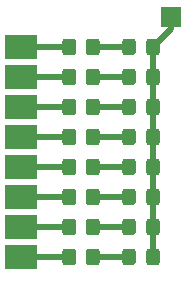
<source format=gbr>
%TF.GenerationSoftware,KiCad,Pcbnew,(5.1.8)-1*%
%TF.CreationDate,2023-01-12T00:20:28+03:00*%
%TF.ProjectId,LED8,4c454438-2e6b-4696-9361-645f70636258,rev?*%
%TF.SameCoordinates,Original*%
%TF.FileFunction,Copper,L1,Top*%
%TF.FilePolarity,Positive*%
%FSLAX46Y46*%
G04 Gerber Fmt 4.6, Leading zero omitted, Abs format (unit mm)*
G04 Created by KiCad (PCBNEW (5.1.8)-1) date 2023-01-12 00:20:28*
%MOMM*%
%LPD*%
G01*
G04 APERTURE LIST*
%TA.AperFunction,ComponentPad*%
%ADD10R,2.800000X2.100000*%
%TD*%
%TA.AperFunction,ComponentPad*%
%ADD11R,1.700000X1.700000*%
%TD*%
%TA.AperFunction,Conductor*%
%ADD12C,0.500000*%
%TD*%
G04 APERTURE END LIST*
%TO.P,D1,2*%
%TO.N,Net-(D1-Pad2)*%
%TA.AperFunction,SMDPad,CuDef*%
G36*
G01*
X75750000Y-24949999D02*
X75750000Y-25850001D01*
G75*
G02*
X75500001Y-26100000I-249999J0D01*
G01*
X74849999Y-26100000D01*
G75*
G02*
X74600000Y-25850001I0J249999D01*
G01*
X74600000Y-24949999D01*
G75*
G02*
X74849999Y-24700000I249999J0D01*
G01*
X75500001Y-24700000D01*
G75*
G02*
X75750000Y-24949999I0J-249999D01*
G01*
G37*
%TD.AperFunction*%
%TO.P,D1,1*%
%TO.N,Net-(D1-Pad1)*%
%TA.AperFunction,SMDPad,CuDef*%
G36*
G01*
X77800000Y-24949999D02*
X77800000Y-25850001D01*
G75*
G02*
X77550001Y-26100000I-249999J0D01*
G01*
X76899999Y-26100000D01*
G75*
G02*
X76650000Y-25850001I0J249999D01*
G01*
X76650000Y-24949999D01*
G75*
G02*
X76899999Y-24700000I249999J0D01*
G01*
X77550001Y-24700000D01*
G75*
G02*
X77800000Y-24949999I0J-249999D01*
G01*
G37*
%TD.AperFunction*%
%TD*%
%TO.P,D2,1*%
%TO.N,Net-(D1-Pad1)*%
%TA.AperFunction,SMDPad,CuDef*%
G36*
G01*
X77800000Y-27489999D02*
X77800000Y-28390001D01*
G75*
G02*
X77550001Y-28640000I-249999J0D01*
G01*
X76899999Y-28640000D01*
G75*
G02*
X76650000Y-28390001I0J249999D01*
G01*
X76650000Y-27489999D01*
G75*
G02*
X76899999Y-27240000I249999J0D01*
G01*
X77550001Y-27240000D01*
G75*
G02*
X77800000Y-27489999I0J-249999D01*
G01*
G37*
%TD.AperFunction*%
%TO.P,D2,2*%
%TO.N,Net-(D2-Pad2)*%
%TA.AperFunction,SMDPad,CuDef*%
G36*
G01*
X75750000Y-27489999D02*
X75750000Y-28390001D01*
G75*
G02*
X75500001Y-28640000I-249999J0D01*
G01*
X74849999Y-28640000D01*
G75*
G02*
X74600000Y-28390001I0J249999D01*
G01*
X74600000Y-27489999D01*
G75*
G02*
X74849999Y-27240000I249999J0D01*
G01*
X75500001Y-27240000D01*
G75*
G02*
X75750000Y-27489999I0J-249999D01*
G01*
G37*
%TD.AperFunction*%
%TD*%
%TO.P,D3,2*%
%TO.N,Net-(D3-Pad2)*%
%TA.AperFunction,SMDPad,CuDef*%
G36*
G01*
X75750000Y-30029999D02*
X75750000Y-30930001D01*
G75*
G02*
X75500001Y-31180000I-249999J0D01*
G01*
X74849999Y-31180000D01*
G75*
G02*
X74600000Y-30930001I0J249999D01*
G01*
X74600000Y-30029999D01*
G75*
G02*
X74849999Y-29780000I249999J0D01*
G01*
X75500001Y-29780000D01*
G75*
G02*
X75750000Y-30029999I0J-249999D01*
G01*
G37*
%TD.AperFunction*%
%TO.P,D3,1*%
%TO.N,Net-(D1-Pad1)*%
%TA.AperFunction,SMDPad,CuDef*%
G36*
G01*
X77800000Y-30029999D02*
X77800000Y-30930001D01*
G75*
G02*
X77550001Y-31180000I-249999J0D01*
G01*
X76899999Y-31180000D01*
G75*
G02*
X76650000Y-30930001I0J249999D01*
G01*
X76650000Y-30029999D01*
G75*
G02*
X76899999Y-29780000I249999J0D01*
G01*
X77550001Y-29780000D01*
G75*
G02*
X77800000Y-30029999I0J-249999D01*
G01*
G37*
%TD.AperFunction*%
%TD*%
%TO.P,D4,1*%
%TO.N,Net-(D1-Pad1)*%
%TA.AperFunction,SMDPad,CuDef*%
G36*
G01*
X77800000Y-32569999D02*
X77800000Y-33470001D01*
G75*
G02*
X77550001Y-33720000I-249999J0D01*
G01*
X76899999Y-33720000D01*
G75*
G02*
X76650000Y-33470001I0J249999D01*
G01*
X76650000Y-32569999D01*
G75*
G02*
X76899999Y-32320000I249999J0D01*
G01*
X77550001Y-32320000D01*
G75*
G02*
X77800000Y-32569999I0J-249999D01*
G01*
G37*
%TD.AperFunction*%
%TO.P,D4,2*%
%TO.N,Net-(D4-Pad2)*%
%TA.AperFunction,SMDPad,CuDef*%
G36*
G01*
X75750000Y-32569999D02*
X75750000Y-33470001D01*
G75*
G02*
X75500001Y-33720000I-249999J0D01*
G01*
X74849999Y-33720000D01*
G75*
G02*
X74600000Y-33470001I0J249999D01*
G01*
X74600000Y-32569999D01*
G75*
G02*
X74849999Y-32320000I249999J0D01*
G01*
X75500001Y-32320000D01*
G75*
G02*
X75750000Y-32569999I0J-249999D01*
G01*
G37*
%TD.AperFunction*%
%TD*%
%TO.P,D5,1*%
%TO.N,Net-(D1-Pad1)*%
%TA.AperFunction,SMDPad,CuDef*%
G36*
G01*
X77800000Y-35109999D02*
X77800000Y-36010001D01*
G75*
G02*
X77550001Y-36260000I-249999J0D01*
G01*
X76899999Y-36260000D01*
G75*
G02*
X76650000Y-36010001I0J249999D01*
G01*
X76650000Y-35109999D01*
G75*
G02*
X76899999Y-34860000I249999J0D01*
G01*
X77550001Y-34860000D01*
G75*
G02*
X77800000Y-35109999I0J-249999D01*
G01*
G37*
%TD.AperFunction*%
%TO.P,D5,2*%
%TO.N,Net-(D5-Pad2)*%
%TA.AperFunction,SMDPad,CuDef*%
G36*
G01*
X75750000Y-35109999D02*
X75750000Y-36010001D01*
G75*
G02*
X75500001Y-36260000I-249999J0D01*
G01*
X74849999Y-36260000D01*
G75*
G02*
X74600000Y-36010001I0J249999D01*
G01*
X74600000Y-35109999D01*
G75*
G02*
X74849999Y-34860000I249999J0D01*
G01*
X75500001Y-34860000D01*
G75*
G02*
X75750000Y-35109999I0J-249999D01*
G01*
G37*
%TD.AperFunction*%
%TD*%
%TO.P,D6,2*%
%TO.N,Net-(D6-Pad2)*%
%TA.AperFunction,SMDPad,CuDef*%
G36*
G01*
X75750000Y-37649999D02*
X75750000Y-38550001D01*
G75*
G02*
X75500001Y-38800000I-249999J0D01*
G01*
X74849999Y-38800000D01*
G75*
G02*
X74600000Y-38550001I0J249999D01*
G01*
X74600000Y-37649999D01*
G75*
G02*
X74849999Y-37400000I249999J0D01*
G01*
X75500001Y-37400000D01*
G75*
G02*
X75750000Y-37649999I0J-249999D01*
G01*
G37*
%TD.AperFunction*%
%TO.P,D6,1*%
%TO.N,Net-(D1-Pad1)*%
%TA.AperFunction,SMDPad,CuDef*%
G36*
G01*
X77800000Y-37649999D02*
X77800000Y-38550001D01*
G75*
G02*
X77550001Y-38800000I-249999J0D01*
G01*
X76899999Y-38800000D01*
G75*
G02*
X76650000Y-38550001I0J249999D01*
G01*
X76650000Y-37649999D01*
G75*
G02*
X76899999Y-37400000I249999J0D01*
G01*
X77550001Y-37400000D01*
G75*
G02*
X77800000Y-37649999I0J-249999D01*
G01*
G37*
%TD.AperFunction*%
%TD*%
%TO.P,D7,1*%
%TO.N,Net-(D1-Pad1)*%
%TA.AperFunction,SMDPad,CuDef*%
G36*
G01*
X77800000Y-40189999D02*
X77800000Y-41090001D01*
G75*
G02*
X77550001Y-41340000I-249999J0D01*
G01*
X76899999Y-41340000D01*
G75*
G02*
X76650000Y-41090001I0J249999D01*
G01*
X76650000Y-40189999D01*
G75*
G02*
X76899999Y-39940000I249999J0D01*
G01*
X77550001Y-39940000D01*
G75*
G02*
X77800000Y-40189999I0J-249999D01*
G01*
G37*
%TD.AperFunction*%
%TO.P,D7,2*%
%TO.N,Net-(D7-Pad2)*%
%TA.AperFunction,SMDPad,CuDef*%
G36*
G01*
X75750000Y-40189999D02*
X75750000Y-41090001D01*
G75*
G02*
X75500001Y-41340000I-249999J0D01*
G01*
X74849999Y-41340000D01*
G75*
G02*
X74600000Y-41090001I0J249999D01*
G01*
X74600000Y-40189999D01*
G75*
G02*
X74849999Y-39940000I249999J0D01*
G01*
X75500001Y-39940000D01*
G75*
G02*
X75750000Y-40189999I0J-249999D01*
G01*
G37*
%TD.AperFunction*%
%TD*%
%TO.P,D8,2*%
%TO.N,Net-(D8-Pad2)*%
%TA.AperFunction,SMDPad,CuDef*%
G36*
G01*
X75750000Y-42729999D02*
X75750000Y-43630001D01*
G75*
G02*
X75500001Y-43880000I-249999J0D01*
G01*
X74849999Y-43880000D01*
G75*
G02*
X74600000Y-43630001I0J249999D01*
G01*
X74600000Y-42729999D01*
G75*
G02*
X74849999Y-42480000I249999J0D01*
G01*
X75500001Y-42480000D01*
G75*
G02*
X75750000Y-42729999I0J-249999D01*
G01*
G37*
%TD.AperFunction*%
%TO.P,D8,1*%
%TO.N,Net-(D1-Pad1)*%
%TA.AperFunction,SMDPad,CuDef*%
G36*
G01*
X77800000Y-42729999D02*
X77800000Y-43630001D01*
G75*
G02*
X77550001Y-43880000I-249999J0D01*
G01*
X76899999Y-43880000D01*
G75*
G02*
X76650000Y-43630001I0J249999D01*
G01*
X76650000Y-42729999D01*
G75*
G02*
X76899999Y-42480000I249999J0D01*
G01*
X77550001Y-42480000D01*
G75*
G02*
X77800000Y-42729999I0J-249999D01*
G01*
G37*
%TD.AperFunction*%
%TD*%
D10*
%TO.P,D,1*%
%TO.N,Net-(J1-Pad1)*%
X66040000Y-25400000D03*
%TO.P,D,2*%
%TO.N,Net-(J1-Pad2)*%
X66040000Y-27940000D03*
%TO.P,D,3*%
%TO.N,Net-(J1-Pad3)*%
X66040000Y-30480000D03*
%TO.P,D,4*%
%TO.N,Net-(J1-Pad4)*%
X66040000Y-33020000D03*
%TO.P,D,5*%
%TO.N,Net-(J1-Pad5)*%
X66040000Y-35560000D03*
%TO.P,D,6*%
%TO.N,Net-(J1-Pad6)*%
X66040000Y-38100000D03*
%TO.P,D,7*%
%TO.N,Net-(J1-Pad7)*%
X66040000Y-40640000D03*
%TO.P,D,8*%
%TO.N,Net-(J1-Pad8)*%
X66040000Y-43180000D03*
%TD*%
D11*
%TO.P,Gnd,1*%
%TO.N,Net-(D1-Pad1)*%
X78740000Y-22860000D03*
%TD*%
%TO.P,R1,2*%
%TO.N,Net-(J1-Pad1)*%
%TA.AperFunction,SMDPad,CuDef*%
G36*
G01*
X70720000Y-24949999D02*
X70720000Y-25850001D01*
G75*
G02*
X70470001Y-26100000I-249999J0D01*
G01*
X69769999Y-26100000D01*
G75*
G02*
X69520000Y-25850001I0J249999D01*
G01*
X69520000Y-24949999D01*
G75*
G02*
X69769999Y-24700000I249999J0D01*
G01*
X70470001Y-24700000D01*
G75*
G02*
X70720000Y-24949999I0J-249999D01*
G01*
G37*
%TD.AperFunction*%
%TO.P,R1,1*%
%TO.N,Net-(D1-Pad2)*%
%TA.AperFunction,SMDPad,CuDef*%
G36*
G01*
X72720000Y-24949999D02*
X72720000Y-25850001D01*
G75*
G02*
X72470001Y-26100000I-249999J0D01*
G01*
X71769999Y-26100000D01*
G75*
G02*
X71520000Y-25850001I0J249999D01*
G01*
X71520000Y-24949999D01*
G75*
G02*
X71769999Y-24700000I249999J0D01*
G01*
X72470001Y-24700000D01*
G75*
G02*
X72720000Y-24949999I0J-249999D01*
G01*
G37*
%TD.AperFunction*%
%TD*%
%TO.P,R2,2*%
%TO.N,Net-(J1-Pad2)*%
%TA.AperFunction,SMDPad,CuDef*%
G36*
G01*
X70720000Y-27489999D02*
X70720000Y-28390001D01*
G75*
G02*
X70470001Y-28640000I-249999J0D01*
G01*
X69769999Y-28640000D01*
G75*
G02*
X69520000Y-28390001I0J249999D01*
G01*
X69520000Y-27489999D01*
G75*
G02*
X69769999Y-27240000I249999J0D01*
G01*
X70470001Y-27240000D01*
G75*
G02*
X70720000Y-27489999I0J-249999D01*
G01*
G37*
%TD.AperFunction*%
%TO.P,R2,1*%
%TO.N,Net-(D2-Pad2)*%
%TA.AperFunction,SMDPad,CuDef*%
G36*
G01*
X72720000Y-27489999D02*
X72720000Y-28390001D01*
G75*
G02*
X72470001Y-28640000I-249999J0D01*
G01*
X71769999Y-28640000D01*
G75*
G02*
X71520000Y-28390001I0J249999D01*
G01*
X71520000Y-27489999D01*
G75*
G02*
X71769999Y-27240000I249999J0D01*
G01*
X72470001Y-27240000D01*
G75*
G02*
X72720000Y-27489999I0J-249999D01*
G01*
G37*
%TD.AperFunction*%
%TD*%
%TO.P,R3,2*%
%TO.N,Net-(J1-Pad3)*%
%TA.AperFunction,SMDPad,CuDef*%
G36*
G01*
X70720000Y-30029999D02*
X70720000Y-30930001D01*
G75*
G02*
X70470001Y-31180000I-249999J0D01*
G01*
X69769999Y-31180000D01*
G75*
G02*
X69520000Y-30930001I0J249999D01*
G01*
X69520000Y-30029999D01*
G75*
G02*
X69769999Y-29780000I249999J0D01*
G01*
X70470001Y-29780000D01*
G75*
G02*
X70720000Y-30029999I0J-249999D01*
G01*
G37*
%TD.AperFunction*%
%TO.P,R3,1*%
%TO.N,Net-(D3-Pad2)*%
%TA.AperFunction,SMDPad,CuDef*%
G36*
G01*
X72720000Y-30029999D02*
X72720000Y-30930001D01*
G75*
G02*
X72470001Y-31180000I-249999J0D01*
G01*
X71769999Y-31180000D01*
G75*
G02*
X71520000Y-30930001I0J249999D01*
G01*
X71520000Y-30029999D01*
G75*
G02*
X71769999Y-29780000I249999J0D01*
G01*
X72470001Y-29780000D01*
G75*
G02*
X72720000Y-30029999I0J-249999D01*
G01*
G37*
%TD.AperFunction*%
%TD*%
%TO.P,R4,1*%
%TO.N,Net-(D4-Pad2)*%
%TA.AperFunction,SMDPad,CuDef*%
G36*
G01*
X72720000Y-32569999D02*
X72720000Y-33470001D01*
G75*
G02*
X72470001Y-33720000I-249999J0D01*
G01*
X71769999Y-33720000D01*
G75*
G02*
X71520000Y-33470001I0J249999D01*
G01*
X71520000Y-32569999D01*
G75*
G02*
X71769999Y-32320000I249999J0D01*
G01*
X72470001Y-32320000D01*
G75*
G02*
X72720000Y-32569999I0J-249999D01*
G01*
G37*
%TD.AperFunction*%
%TO.P,R4,2*%
%TO.N,Net-(J1-Pad4)*%
%TA.AperFunction,SMDPad,CuDef*%
G36*
G01*
X70720000Y-32569999D02*
X70720000Y-33470001D01*
G75*
G02*
X70470001Y-33720000I-249999J0D01*
G01*
X69769999Y-33720000D01*
G75*
G02*
X69520000Y-33470001I0J249999D01*
G01*
X69520000Y-32569999D01*
G75*
G02*
X69769999Y-32320000I249999J0D01*
G01*
X70470001Y-32320000D01*
G75*
G02*
X70720000Y-32569999I0J-249999D01*
G01*
G37*
%TD.AperFunction*%
%TD*%
%TO.P,R5,1*%
%TO.N,Net-(D5-Pad2)*%
%TA.AperFunction,SMDPad,CuDef*%
G36*
G01*
X72720000Y-35109999D02*
X72720000Y-36010001D01*
G75*
G02*
X72470001Y-36260000I-249999J0D01*
G01*
X71769999Y-36260000D01*
G75*
G02*
X71520000Y-36010001I0J249999D01*
G01*
X71520000Y-35109999D01*
G75*
G02*
X71769999Y-34860000I249999J0D01*
G01*
X72470001Y-34860000D01*
G75*
G02*
X72720000Y-35109999I0J-249999D01*
G01*
G37*
%TD.AperFunction*%
%TO.P,R5,2*%
%TO.N,Net-(J1-Pad5)*%
%TA.AperFunction,SMDPad,CuDef*%
G36*
G01*
X70720000Y-35109999D02*
X70720000Y-36010001D01*
G75*
G02*
X70470001Y-36260000I-249999J0D01*
G01*
X69769999Y-36260000D01*
G75*
G02*
X69520000Y-36010001I0J249999D01*
G01*
X69520000Y-35109999D01*
G75*
G02*
X69769999Y-34860000I249999J0D01*
G01*
X70470001Y-34860000D01*
G75*
G02*
X70720000Y-35109999I0J-249999D01*
G01*
G37*
%TD.AperFunction*%
%TD*%
%TO.P,R6,2*%
%TO.N,Net-(J1-Pad6)*%
%TA.AperFunction,SMDPad,CuDef*%
G36*
G01*
X70720000Y-37649999D02*
X70720000Y-38550001D01*
G75*
G02*
X70470001Y-38800000I-249999J0D01*
G01*
X69769999Y-38800000D01*
G75*
G02*
X69520000Y-38550001I0J249999D01*
G01*
X69520000Y-37649999D01*
G75*
G02*
X69769999Y-37400000I249999J0D01*
G01*
X70470001Y-37400000D01*
G75*
G02*
X70720000Y-37649999I0J-249999D01*
G01*
G37*
%TD.AperFunction*%
%TO.P,R6,1*%
%TO.N,Net-(D6-Pad2)*%
%TA.AperFunction,SMDPad,CuDef*%
G36*
G01*
X72720000Y-37649999D02*
X72720000Y-38550001D01*
G75*
G02*
X72470001Y-38800000I-249999J0D01*
G01*
X71769999Y-38800000D01*
G75*
G02*
X71520000Y-38550001I0J249999D01*
G01*
X71520000Y-37649999D01*
G75*
G02*
X71769999Y-37400000I249999J0D01*
G01*
X72470001Y-37400000D01*
G75*
G02*
X72720000Y-37649999I0J-249999D01*
G01*
G37*
%TD.AperFunction*%
%TD*%
%TO.P,R7,1*%
%TO.N,Net-(D7-Pad2)*%
%TA.AperFunction,SMDPad,CuDef*%
G36*
G01*
X72720000Y-40189999D02*
X72720000Y-41090001D01*
G75*
G02*
X72470001Y-41340000I-249999J0D01*
G01*
X71769999Y-41340000D01*
G75*
G02*
X71520000Y-41090001I0J249999D01*
G01*
X71520000Y-40189999D01*
G75*
G02*
X71769999Y-39940000I249999J0D01*
G01*
X72470001Y-39940000D01*
G75*
G02*
X72720000Y-40189999I0J-249999D01*
G01*
G37*
%TD.AperFunction*%
%TO.P,R7,2*%
%TO.N,Net-(J1-Pad7)*%
%TA.AperFunction,SMDPad,CuDef*%
G36*
G01*
X70720000Y-40189999D02*
X70720000Y-41090001D01*
G75*
G02*
X70470001Y-41340000I-249999J0D01*
G01*
X69769999Y-41340000D01*
G75*
G02*
X69520000Y-41090001I0J249999D01*
G01*
X69520000Y-40189999D01*
G75*
G02*
X69769999Y-39940000I249999J0D01*
G01*
X70470001Y-39940000D01*
G75*
G02*
X70720000Y-40189999I0J-249999D01*
G01*
G37*
%TD.AperFunction*%
%TD*%
%TO.P,R8,1*%
%TO.N,Net-(D8-Pad2)*%
%TA.AperFunction,SMDPad,CuDef*%
G36*
G01*
X72720000Y-42729999D02*
X72720000Y-43630001D01*
G75*
G02*
X72470001Y-43880000I-249999J0D01*
G01*
X71769999Y-43880000D01*
G75*
G02*
X71520000Y-43630001I0J249999D01*
G01*
X71520000Y-42729999D01*
G75*
G02*
X71769999Y-42480000I249999J0D01*
G01*
X72470001Y-42480000D01*
G75*
G02*
X72720000Y-42729999I0J-249999D01*
G01*
G37*
%TD.AperFunction*%
%TO.P,R8,2*%
%TO.N,Net-(J1-Pad8)*%
%TA.AperFunction,SMDPad,CuDef*%
G36*
G01*
X70720000Y-42729999D02*
X70720000Y-43630001D01*
G75*
G02*
X70470001Y-43880000I-249999J0D01*
G01*
X69769999Y-43880000D01*
G75*
G02*
X69520000Y-43630001I0J249999D01*
G01*
X69520000Y-42729999D01*
G75*
G02*
X69769999Y-42480000I249999J0D01*
G01*
X70470001Y-42480000D01*
G75*
G02*
X70720000Y-42729999I0J-249999D01*
G01*
G37*
%TD.AperFunction*%
%TD*%
D12*
%TO.N,Net-(D1-Pad2)*%
X72120000Y-25400000D02*
X75175000Y-25400000D01*
%TO.N,Net-(D1-Pad1)*%
X77225000Y-25400000D02*
X77225000Y-43180000D01*
X78740000Y-23885000D02*
X77225000Y-25400000D01*
X78740000Y-22860000D02*
X78740000Y-23885000D01*
%TO.N,Net-(D2-Pad2)*%
X72120000Y-27940000D02*
X75175000Y-27940000D01*
%TO.N,Net-(D3-Pad2)*%
X72120000Y-30480000D02*
X75175000Y-30480000D01*
%TO.N,Net-(D4-Pad2)*%
X72120000Y-33020000D02*
X75175000Y-33020000D01*
%TO.N,Net-(D5-Pad2)*%
X72120000Y-35560000D02*
X75175000Y-35560000D01*
%TO.N,Net-(D6-Pad2)*%
X72120000Y-38100000D02*
X75175000Y-38100000D01*
%TO.N,Net-(D7-Pad2)*%
X72120000Y-40640000D02*
X75175000Y-40640000D01*
%TO.N,Net-(D8-Pad2)*%
X72120000Y-43180000D02*
X75175000Y-43180000D01*
%TO.N,Net-(J1-Pad1)*%
X66040000Y-25400000D02*
X70120000Y-25400000D01*
%TO.N,Net-(J1-Pad2)*%
X66040000Y-27940000D02*
X70120000Y-27940000D01*
%TO.N,Net-(J1-Pad3)*%
X66040000Y-30480000D02*
X70120000Y-30480000D01*
%TO.N,Net-(J1-Pad4)*%
X66040000Y-33020000D02*
X70120000Y-33020000D01*
%TO.N,Net-(J1-Pad5)*%
X66040000Y-35560000D02*
X70120000Y-35560000D01*
%TO.N,Net-(J1-Pad6)*%
X66040000Y-38100000D02*
X70120000Y-38100000D01*
%TO.N,Net-(J1-Pad7)*%
X66040000Y-40640000D02*
X70120000Y-40640000D01*
%TO.N,Net-(J1-Pad8)*%
X66040000Y-43180000D02*
X70120000Y-43180000D01*
%TD*%
M02*

</source>
